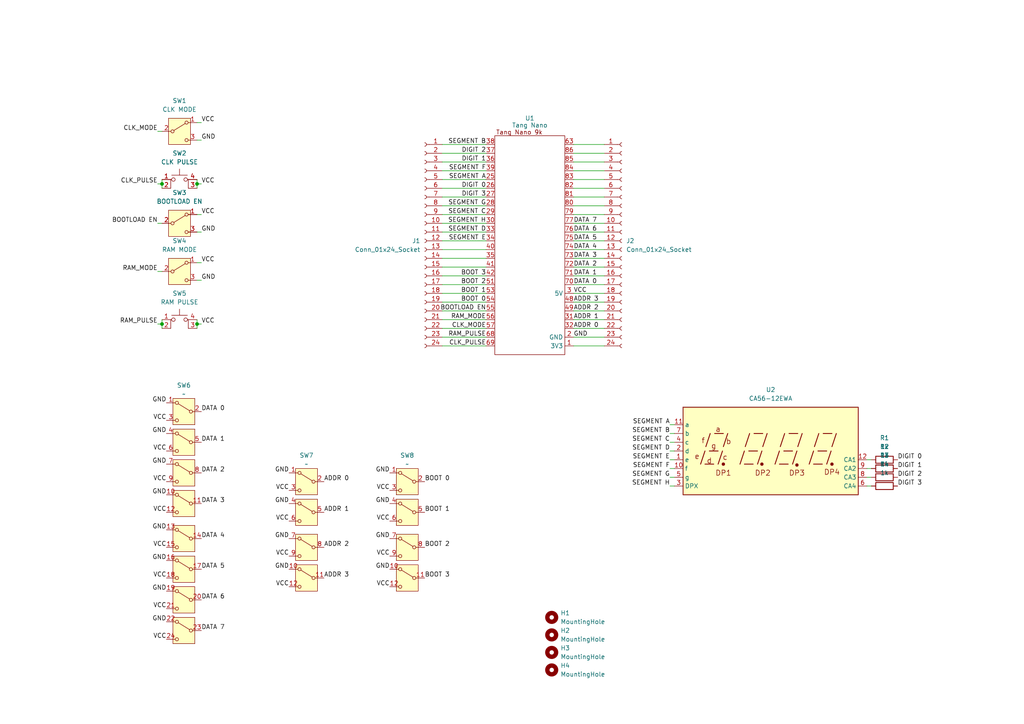
<source format=kicad_sch>
(kicad_sch (version 20231120) (generator "eeschema") (generator_version "8.0")
  (paper "A4")
  (lib_symbols
    (symbol "Connector:Conn_01x24_Socket" (pin_names (offset 1.016) hide)
      (property "Reference" "J" (at 0 30.48 0))
      (property "Value" "Conn_01x24_Socket" (at 0 -33.02 0))
      (symbol "Conn_01x24_Socket_1_1"
        (arc (start 0 -29.972) (mid -0.5058 -30.48) (end 0 -30.988) (stroke (width 0.1524)))
        (arc (start 0 -27.432) (mid -0.5058 -27.94) (end 0 -28.448) (stroke (width 0.1524)))
        (arc (start 0 -24.892) (mid -0.5058 -25.4) (end 0 -25.908) (stroke (width 0.1524)))
        (arc (start 0 -22.352) (mid -0.5058 -22.86) (end 0 -23.368) (stroke (width 0.1524)))
        (arc (start 0 -19.812) (mid -0.5058 -20.32) (end 0 -20.828) (stroke (width 0.1524)))
        (arc (start 0 -17.272) (mid -0.5058 -17.78) (end 0 -18.288) (stroke (width 0.1524)))
        (arc (start 0 -14.732) (mid -0.5058 -15.24) (end 0 -15.748) (stroke (width 0.1524)))
        (arc (start 0 -12.192) (mid -0.5058 -12.7) (end 0 -13.208) (stroke (width 0.1524)))
        (arc (start 0 -9.652) (mid -0.5058 -10.16) (end 0 -10.668) (stroke (width 0.1524)))
        (arc (start 0 -7.112) (mid -0.5058 -7.62) (end 0 -8.128) (stroke (width 0.1524)))
        (arc (start 0 -4.572) (mid -0.5058 -5.08) (end 0 -5.588) (stroke (width 0.1524)))
        (arc (start 0 -2.032) (mid -0.5058 -2.54) (end 0 -3.048) (stroke (width 0.1524)))
        (polyline (pts (xy -1.27 -30.48) (xy -0.508 -30.48)) (stroke (width 0.1524)))
        (polyline (pts (xy -1.27 -27.94) (xy -0.508 -27.94)) (stroke (width 0.1524)))
        (polyline (pts (xy -1.27 -25.4) (xy -0.508 -25.4)) (stroke (width 0.1524)))
        (polyline (pts (xy -1.27 -22.86) (xy -0.508 -22.86)) (stroke (width 0.1524)))
        (polyline (pts (xy -1.27 -20.32) (xy -0.508 -20.32)) (stroke (width 0.1524)))
        (polyline (pts (xy -1.27 -17.78) (xy -0.508 -17.78)) (stroke (width 0.1524)))
        (polyline (pts (xy -1.27 -15.24) (xy -0.508 -15.24)) (stroke (width 0.1524)))
        (polyline (pts (xy -1.27 -12.7) (xy -0.508 -12.7)) (stroke (width 0.1524)))
        (polyline (pts (xy -1.27 -10.16) (xy -0.508 -10.16)) (stroke (width 0.1524)))
        (polyline (pts (xy -1.27 -7.62) (xy -0.508 -7.62)) (stroke (width 0.1524)))
        (polyline (pts (xy -1.27 -5.08) (xy -0.508 -5.08)) (stroke (width 0.1524)))
        (polyline (pts (xy -1.27 -2.54) (xy -0.508 -2.54)) (stroke (width 0.1524)))
        (polyline (pts (xy -1.27 0) (xy -0.508 0)) (stroke (width 0.1524)))
        (polyline (pts (xy -1.27 2.54) (xy -0.508 2.54)) (stroke (width 0.1524)))
        (polyline (pts (xy -1.27 5.08) (xy -0.508 5.08)) (stroke (width 0.1524)))
        (polyline (pts (xy -1.27 7.62) (xy -0.508 7.62)) (stroke (width 0.1524)))
        (polyline (pts (xy -1.27 10.16) (xy -0.508 10.16)) (stroke (width 0.1524)))
        (polyline (pts (xy -1.27 12.7) (xy -0.508 12.7)) (stroke (width 0.1524)))
        (polyline (pts (xy -1.27 15.24) (xy -0.508 15.24)) (stroke (width 0.1524)))
        (polyline (pts (xy -1.27 17.78) (xy -0.508 17.78)) (stroke (width 0.1524)))
        (polyline (pts (xy -1.27 20.32) (xy -0.508 20.32)) (stroke (width 0.1524)))
        (polyline (pts (xy -1.27 22.86) (xy -0.508 22.86)) (stroke (width 0.1524)))
        (polyline (pts (xy -1.27 25.4) (xy -0.508 25.4)) (stroke (width 0.1524)))
        (polyline (pts (xy -1.27 27.94) (xy -0.508 27.94)) (stroke (width 0.1524)))
        (arc (start 0 0.508) (mid -0.5058 0) (end 0 -0.508) (stroke (width 0.1524)))
        (arc (start 0 3.048) (mid -0.5058 2.54) (end 0 2.032) (stroke (width 0.1524)))
        (arc (start 0 5.588) (mid -0.5058 5.08) (end 0 4.572) (stroke (width 0.1524)))
        (arc (start 0 8.128) (mid -0.5058 7.62) (end 0 7.112) (stroke (width 0.1524)))
        (arc (start 0 10.668) (mid -0.5058 10.16) (end 0 9.652) (stroke (width 0.1524)))
        (arc (start 0 13.208) (mid -0.5058 12.7) (end 0 12.192) (stroke (width 0.1524)))
        (arc (start 0 15.748) (mid -0.5058 15.24) (end 0 14.732) (stroke (width 0.1524)))
        (arc (start 0 18.288) (mid -0.5058 17.78) (end 0 17.272) (stroke (width 0.1524)))
        (arc (start 0 20.828) (mid -0.5058 20.32) (end 0 19.812) (stroke (width 0.1524)))
        (arc (start 0 23.368) (mid -0.5058 22.86) (end 0 22.352) (stroke (width 0.1524)))
        (arc (start 0 25.908) (mid -0.5058 25.4) (end 0 24.892) (stroke (width 0.1524)))
        (arc (start 0 28.448) (mid -0.5058 27.94) (end 0 27.432) (stroke (width 0.1524)))
        (pin passive line (at -5.08 27.94 0) (length 3.81) (name "Pin_1") (number "1"))
        (pin passive line (at -5.08 5.08 0) (length 3.81) (name "Pin_10") (number "10"))
        (pin passive line (at -5.08 2.54 0) (length 3.81) (name "Pin_11") (number "11"))
        (pin passive line (at -5.08 0 0) (length 3.81) (name "Pin_12") (number "12"))
        (pin passive line (at -5.08 -2.54 0) (length 3.81) (name "Pin_13") (number "13"))
        (pin passive line (at -5.08 -5.08 0) (length 3.81) (name "Pin_14") (number "14"))
        (pin passive line (at -5.08 -7.62 0) (length 3.81) (name "Pin_15") (number "15"))
        (pin passive line (at -5.08 -10.16 0) (length 3.81) (name "Pin_16") (number "16"))
        (pin passive line (at -5.08 -12.7 0) (length 3.81) (name "Pin_17") (number "17"))
        (pin passive line (at -5.08 -15.24 0) (length 3.81) (name "Pin_18") (number "18"))
        (pin passive line (at -5.08 -17.78 0) (length 3.81) (name "Pin_19") (number "19"))
        (pin passive line (at -5.08 25.4 0) (length 3.81) (name "Pin_2") (number "2"))
        (pin passive line (at -5.08 -20.32 0) (length 3.81) (name "Pin_20") (number "20"))
        (pin passive line (at -5.08 -22.86 0) (length 3.81) (name "Pin_21") (number "21"))
        (pin passive line (at -5.08 -25.4 0) (length 3.81) (name "Pin_22") (number "22"))
        (pin passive line (at -5.08 -27.94 0) (length 3.81) (name "Pin_23") (number "23"))
        (pin passive line (at -5.08 -30.48 0) (length 3.81) (name "Pin_24") (number "24"))
        (pin passive line (at -5.08 22.86 0) (length 3.81) (name "Pin_3") (number "3"))
        (pin passive line (at -5.08 20.32 0) (length 3.81) (name "Pin_4") (number "4"))
        (pin passive line (at -5.08 17.78 0) (length 3.81) (name "Pin_5") (number "5"))
        (pin passive line (at -5.08 15.24 0) (length 3.81) (name "Pin_6") (number "6"))
        (pin passive line (at -5.08 12.7 0) (length 3.81) (name "Pin_7") (number "7"))
        (pin passive line (at -5.08 10.16 0) (length 3.81) (name "Pin_8") (number "8"))
        (pin passive line (at -5.08 7.62 0) (length 3.81) (name "Pin_9") (number "9"))
      )
    )
    (symbol "Device:R" (pin_numbers hide) (pin_names (offset 0))
      (property "Reference" "R" (at 2.032 0 90))
      (property "Value" "R" (at 0 0 90))
      (symbol "R_0_1"
        (rectangle (start -1.016 -2.54) (end 1.016 2.54) (stroke (width 0.254)))
      )
      (symbol "R_1_1"
        (pin passive line (at 0 3.81 270) (length 1.27) (name "~") (number "1"))
        (pin passive line (at 0 -3.81 90) (length 1.27) (name "~") (number "2"))
      )
    )
    (symbol "Display_Character:CA56-12EWA"
      (property "Reference" "U" (at -24.13 13.97 0))
      (property "Value" "CA56-12EWA" (at 19.05 13.97 0))
      (symbol "CA56-12EWA_0_0"
        (rectangle (start -25.4 12.7) (end 25.4 -12.7) (stroke (width 0.254)) (fill (type background)))
        (polyline (pts (xy -20.32 -3.81) (xy -19.05 0)) (stroke (width 0.254)))
        (polyline (pts (xy -19.05 -3.81) (xy -16.51 -3.81)) (stroke (width 0.254)))
        (polyline (pts (xy -18.796 1.27) (xy -17.526 5.08)) (stroke (width 0.254)))
        (polyline (pts (xy -17.78 0) (xy -15.24 0)) (stroke (width 0.254)))
        (polyline (pts (xy -16.256 5.08) (xy -13.716 5.08)) (stroke (width 0.254)))
        (polyline (pts (xy -15.24 -3.81) (xy -13.97 0)) (stroke (width 0.254)))
        (polyline (pts (xy -13.716 1.27) (xy -12.446 5.08)) (stroke (width 0.254)))
        (polyline (pts (xy -8.89 -3.81) (xy -7.62 0)) (stroke (width 0.254)))
        (polyline (pts (xy -7.62 -3.81) (xy -5.08 -3.81)) (stroke (width 0.254)))
        (polyline (pts (xy -7.366 1.27) (xy -6.096 5.08)) (stroke (width 0.254)))
        (polyline (pts (xy -6.35 0) (xy -3.81 0)) (stroke (width 0.254)))
        (polyline (pts (xy -4.826 5.08) (xy -2.286 5.08)) (stroke (width 0.254)))
        (polyline (pts (xy -3.81 -3.81) (xy -2.54 0)) (stroke (width 0.254)))
        (polyline (pts (xy -2.286 1.27) (xy -1.016 5.08)) (stroke (width 0.254)))
        (polyline (pts (xy 1.27 -3.81) (xy 2.54 0)) (stroke (width 0.254)))
        (polyline (pts (xy 2.54 -3.81) (xy 5.08 -3.81)) (stroke (width 0.254)))
        (polyline (pts (xy 2.794 1.27) (xy 4.064 5.08)) (stroke (width 0.254)))
        (polyline (pts (xy 3.81 0) (xy 6.35 0)) (stroke (width 0.254)))
        (polyline (pts (xy 5.334 5.08) (xy 7.874 5.08)) (stroke (width 0.254)))
        (polyline (pts (xy 6.35 -3.81) (xy 7.62 0)) (stroke (width 0.254)))
        (polyline (pts (xy 7.874 1.27) (xy 9.144 5.08)) (stroke (width 0.254)))
        (polyline (pts (xy 11.176 -3.81) (xy 12.446 0)) (stroke (width 0.254)))
        (polyline (pts (xy 12.446 -3.81) (xy 14.986 -3.81)) (stroke (width 0.254)))
        (polyline (pts (xy 12.7 1.27) (xy 13.97 5.08)) (stroke (width 0.254)))
        (polyline (pts (xy 13.716 0) (xy 16.256 0)) (stroke (width 0.254)))
        (polyline (pts (xy 15.24 5.08) (xy 17.78 5.08)) (stroke (width 0.254)))
        (polyline (pts (xy 16.256 -3.81) (xy 17.526 0)) (stroke (width 0.254)))
        (polyline (pts (xy 17.78 1.27) (xy 19.05 5.08)) (stroke (width 0.254)))
        (text "a" (at -15.24 6.35 0) (effects (font (size 1.524 1.524))))
        (text "b" (at -12.192 2.794 0) (effects (font (size 1.524 1.524))))
        (text "c" (at -13.208 -1.778 0) (effects (font (size 1.524 1.524))))
        (text "d" (at -17.78 -2.794 0) (effects (font (size 1.524 1.524))))
        (text "DP1" (at -13.716 -6.35 0) (effects (font (size 1.524 1.524))))
        (text "DP2" (at -2.286 -6.35 0) (effects (font (size 1.524 1.524))))
        (text "DP3" (at 7.62 -6.35 0) (effects (font (size 1.524 1.524))))
        (text "DP4" (at 17.78 -6.096 0) (effects (font (size 1.524 1.524))))
        (text "e" (at -21.336 -1.524 0) (effects (font (size 1.524 1.524))))
        (text "f" (at -19.558 3.048 0) (effects (font (size 1.524 1.524))))
        (text "g" (at -16.51 1.524 0) (effects (font (size 1.524 1.524))))
      )
      (symbol "CA56-12EWA_0_1"
        (circle (center -13.716 -3.81) (radius 0.3556) (stroke (width 0.254)) (fill (type outline)))
        (circle (center -2.54 -3.81) (radius 0.3556) (stroke (width 0.254)) (fill (type outline)))
      )
      (symbol "CA56-12EWA_1_0"
        (circle (center 7.62 -4.064) (radius 0.3556) (stroke (width 0.254)) (fill (type outline)))
        (circle (center 17.78 -3.81) (radius 0.3556) (stroke (width 0.254)) (fill (type outline)))
      )
      (symbol "CA56-12EWA_1_1"
        (pin input line (at -27.94 -2.54 0) (length 2.54) (name "e") (number "1"))
        (pin input line (at -27.94 -5.08 0) (length 2.54) (name "f") (number "10"))
        (pin input line (at -27.94 7.62 0) (length 2.54) (name "a") (number "11"))
        (pin input line (at 27.94 -2.54 180) (length 2.54) (name "CA1") (number "12"))
        (pin input line (at -27.94 0 0) (length 2.54) (name "d") (number "2"))
        (pin input line (at -27.94 -10.16 0) (length 2.54) (name "DPX") (number "3"))
        (pin input line (at -27.94 2.54 0) (length 2.54) (name "c") (number "4"))
        (pin input line (at -27.94 -7.62 0) (length 2.54) (name "g") (number "5"))
        (pin input line (at 27.94 -10.16 180) (length 2.54) (name "CA4") (number "6"))
        (pin input line (at -27.94 5.08 0) (length 2.54) (name "b") (number "7"))
        (pin input line (at 27.94 -7.62 180) (length 2.54) (name "CA3") (number "8"))
        (pin input line (at 27.94 -5.08 180) (length 2.54) (name "CA2") (number "9"))
      )
    )
    (symbol "Mechanical:MountingHole" (pin_names (offset 1.016)) (exclude_from_sim yes) (in_bom no)
      (property "Reference" "H" (at 0 5.08 0))
      (property "Value" "MountingHole" (at 0 3.175 0))
      (symbol "MountingHole_0_1"
        (circle (center 0 0) (radius 1.27) (stroke (width 1.27)))
      )
    )
    (symbol "Switch:SW_MEC_5E" (pin_names (offset 1.016) hide)
      (property "Reference" "SW" (at 0.635 5.715 0))
      (property "Value" "SW_MEC_5E" (at 0 -3.175 0))
      (symbol "SW_MEC_5E_0_1"
        (circle (center -1.778 2.54) (radius 0.508))
        (polyline (pts (xy -2.286 3.81) (xy 2.286 3.81)))
        (polyline (pts (xy 0 3.81) (xy 0 5.588)))
        (polyline (pts (xy -2.54 0) (xy -2.54 2.54) (xy -2.286 2.54)))
        (polyline (pts (xy 2.54 0) (xy 2.54 2.54) (xy 2.286 2.54)))
        (circle (center 1.778 2.54) (radius 0.508))
        (pin passive line (at -5.08 2.54 0) (length 2.54) (name "1") (number "1"))
        (pin passive line (at -5.08 0 0) (length 2.54) (name "2") (number "2"))
        (pin passive line (at 5.08 0 180) (length 2.54) (name "K") (number "3"))
        (pin passive line (at 5.08 2.54 180) (length 2.54) (name "A") (number "4"))
      )
    )
    (symbol "Switch:SW_SPDT" (pin_names (offset 0) hide)
      (property "Reference" "SW" (at 0 5.08 0))
      (property "Value" "SW_SPDT" (at 0 -5.08 0))
      (symbol "SW_SPDT_0_1"
        (circle (center -2.032 0) (radius 0.4572))
        (polyline (pts (xy -1.651 0.254) (xy 1.651 2.286)))
        (circle (center 2.032 -2.54) (radius 0.4572))
        (circle (center 2.032 2.54) (radius 0.4572))
      )
      (symbol "SW_SPDT_1_1"
        (rectangle (start -3.175 3.81) (end 3.175 -3.81) (fill (type background)))
        (pin passive line (at 5.08 2.54 180) (length 2.54) (name "A") (number "1"))
        (pin passive line (at -5.08 0 0) (length 2.54) (name "B") (number "2"))
        (pin passive line (at 5.08 -2.54 180) (length 2.54) (name "C") (number "3"))
      )
    )
    (symbol "tang_nano:4xSPDT_SW"
      (property "Reference" "SW" (at 0 0 0))
      (symbol "4xSPDT_SW_0_1"
        (circle (center -2.032 -13.97) (radius 0.4572))
        (circle (center -2.032 -5.08) (radius 0.4572))
        (circle (center -2.032 5.08) (radius 0.4572))
        (circle (center -2.032 13.97) (radius 0.4572))
        (polyline (pts (xy -1.651 -13.716) (xy 1.651 -11.684)))
        (polyline (pts (xy -1.651 -4.826) (xy 1.651 -2.794)))
        (polyline (pts (xy -1.651 5.334) (xy 1.651 7.366)))
        (polyline (pts (xy -1.651 14.224) (xy 1.651 16.256)))
        (circle (center 2.032 -16.51) (radius 0.4572))
        (circle (center 2.032 -11.43) (radius 0.4572))
        (circle (center 2.032 -7.62) (radius 0.4572))
        (circle (center 2.032 -2.54) (radius 0.4572))
        (circle (center 2.032 2.54) (radius 0.4572))
        (circle (center 2.032 7.62) (radius 0.4572))
        (circle (center 2.032 11.43) (radius 0.4572))
        (circle (center 2.032 16.51) (radius 0.4572))
      )
      (symbol "4xSPDT_SW_1_1"
        (rectangle (start -3.175 -10.16) (end 3.175 -17.78) (fill (type background)))
        (rectangle (start -3.175 -1.27) (end 3.175 -8.89) (fill (type background)))
        (rectangle (start -3.175 8.89) (end 3.175 1.27) (fill (type background)))
        (rectangle (start -3.175 17.78) (end 3.175 10.16) (fill (type background)))
        (pin passive line (at 5.08 16.51 180) (length 2.54) (name "") (number "1"))
        (pin passive line (at 5.08 -11.43 180) (length 2.54) (name "") (number "10"))
        (pin passive line (at -5.08 -13.97 0) (length 2.54) (name "") (number "11"))
        (pin passive line (at 5.08 -16.51 180) (length 2.54) (name "") (number "12"))
        (pin passive line (at -5.08 13.97 0) (length 2.54) (name "") (number "2"))
        (pin passive line (at 5.08 11.43 180) (length 2.54) (name "") (number "3"))
        (pin passive line (at 5.08 7.62 180) (length 2.54) (name "") (number "4"))
        (pin passive line (at -5.08 5.08 0) (length 2.54) (name "") (number "5"))
        (pin passive line (at 5.08 2.54 180) (length 2.54) (name "") (number "6"))
        (pin passive line (at 5.08 -2.54 180) (length 2.54) (name "") (number "7"))
        (pin passive line (at -5.08 -5.08 0) (length 2.54) (name "") (number "8"))
        (pin passive line (at 5.08 -7.62 180) (length 2.54) (name "") (number "9"))
      )
    )
    (symbol "tang_nano:8xSPDT_SW"
      (property "Reference" "SW" (at 0 0 0))
      (symbol "8xSPDT_SW_0_1"
        (circle (center -2.032 -31.75) (radius 0.4572))
        (circle (center -2.032 -22.86) (radius 0.4572))
        (circle (center -2.032 -13.97) (radius 0.4572))
        (circle (center -2.032 -5.08) (radius 0.4572))
        (circle (center -2.032 5.08) (radius 0.4572))
        (circle (center -2.032 13.97) (radius 0.4572))
        (circle (center -2.032 22.86) (radius 0.4572))
        (circle (center -2.032 31.75) (radius 0.4572))
        (polyline (pts (xy -1.651 -31.496) (xy 1.651 -29.464)))
        (polyline (pts (xy -1.651 -22.606) (xy 1.651 -20.574)))
        (polyline (pts (xy -1.651 -13.716) (xy 1.651 -11.684)))
        (polyline (pts (xy -1.651 -4.826) (xy 1.651 -2.794)))
        (polyline (pts (xy -1.651 5.334) (xy 1.651 7.366)))
        (polyline (pts (xy -1.651 14.224) (xy 1.651 16.256)))
        (polyline (pts (xy -1.651 23.114) (xy 1.651 25.146)))
        (polyline (pts (xy -1.651 32.004) (xy 1.651 34.036)))
        (circle (center 2.032 -34.29) (radius 0.4572))
        (circle (center 2.032 -29.21) (radius 0.4572))
        (circle (center 2.032 -25.4) (radius 0.4572))
        (circle (center 2.032 -20.32) (radius 0.4572))
        (circle (center 2.032 -16.51) (radius 0.4572))
        (circle (center 2.032 -11.43) (radius 0.4572))
        (circle (center 2.032 -7.62) (radius 0.4572))
        (circle (center 2.032 -2.54) (radius 0.4572))
        (circle (center 2.032 2.54) (radius 0.4572))
        (circle (center 2.032 7.62) (radius 0.4572))
        (circle (center 2.032 11.43) (radius 0.4572))
        (circle (center 2.032 16.51) (radius 0.4572))
        (circle (center 2.032 20.32) (radius 0.4572))
        (circle (center 2.032 25.4) (radius 0.4572))
        (circle (center 2.032 29.21) (radius 0.4572))
        (circle (center 2.032 34.29) (radius 0.4572))
      )
      (symbol "8xSPDT_SW_1_1"
        (rectangle (start -3.175 -27.94) (end 3.175 -35.56) (fill (type background)))
        (rectangle (start -3.175 -19.05) (end 3.175 -26.67) (fill (type background)))
        (rectangle (start -3.175 -10.16) (end 3.175 -17.78) (fill (type background)))
        (rectangle (start -3.175 -1.27) (end 3.175 -8.89) (fill (type background)))
        (rectangle (start -3.175 8.89) (end 3.175 1.27) (fill (type background)))
        (rectangle (start -3.175 17.78) (end 3.175 10.16) (fill (type background)))
        (rectangle (start -3.175 26.67) (end 3.175 19.05) (fill (type background)))
        (rectangle (start -3.175 35.56) (end 3.175 27.94) (fill (type background)))
        (pin passive line (at 5.08 34.29 180) (length 2.54) (name "") (number "1"))
        (pin passive line (at 5.08 7.62 180) (length 2.54) (name "") (number "10"))
        (pin passive line (at -5.08 5.08 0) (length 2.54) (name "") (number "11"))
        (pin passive line (at 5.08 2.54 180) (length 2.54) (name "") (number "12"))
        (pin passive line (at 5.08 -2.54 180) (length 2.54) (name "") (number "13"))
        (pin passive line (at -5.08 -5.08 0) (length 2.54) (name "") (number "14"))
        (pin passive line (at 5.08 -7.62 180) (length 2.54) (name "") (number "15"))
        (pin passive line (at 5.08 -11.43 180) (length 2.54) (name "") (number "16"))
        (pin passive line (at -5.08 -13.97 0) (length 2.54) (name "") (number "17"))
        (pin passive line (at 5.08 -16.51 180) (length 2.54) (name "") (number "18"))
        (pin passive line (at 5.08 -20.32 180) (length 2.54) (name "") (number "19"))
        (pin passive line (at -5.08 31.75 0) (length 2.54) (name "") (number "2"))
        (pin passive line (at -5.08 -22.86 0) (length 2.54) (name "") (number "20"))
        (pin passive line (at 5.08 -25.4 180) (length 2.54) (name "") (number "21"))
        (pin passive line (at 5.08 -29.21 180) (length 2.54) (name "") (number "22"))
        (pin passive line (at -5.08 -31.75 0) (length 2.54) (name "") (number "23"))
        (pin passive line (at 5.08 -34.29 180) (length 2.54) (name "") (number "24"))
        (pin passive line (at 5.08 29.21 180) (length 2.54) (name "") (number "3"))
        (pin passive line (at 5.08 25.4 180) (length 2.54) (name "") (number "4"))
        (pin passive line (at -5.08 22.86 0) (length 2.54) (name "") (number "5"))
        (pin passive line (at 5.08 20.32 180) (length 2.54) (name "") (number "6"))
        (pin passive line (at 5.08 16.51 180) (length 2.54) (name "") (number "7"))
        (pin passive line (at -5.08 13.97 0) (length 2.54) (name "") (number "8"))
        (pin passive line (at 5.08 11.43 180) (length 2.54) (name "") (number "9"))
      )
    )
    (symbol "tang_nano:tang_nano_9k"
      (property "Reference" "U" (at 0 0 0))
      (property "Value" "Tang Nano" (at -4.826 -30.48 0))
      (symbol "tang_nano_9k_1_1"
        (rectangle (start -10.16 31.75) (end 10.16 -31.75))
        (text "Tang Nano 9k" (at -3.048 32.766 0) (effects (font (size 1.27 1.27))))
        (pin power_out line (at 12.7 -29.21 180) (length 2.54) (name "3V3") (number "1"))
        (pin power_out line (at 12.7 -26.67 180) (length 2.54) (name "GND") (number "2"))
        (pin bidirectional line (at -12.7 19.05 0) (length 2.54) (name "") (number "25"))
        (pin bidirectional line (at -12.7 16.51 0) (length 2.54) (name "") (number "26"))
        (pin bidirectional line (at -12.7 13.97 0) (length 2.54) (name "") (number "27"))
        (pin bidirectional line (at -12.7 11.43 0) (length 2.54) (name "") (number "28"))
        (pin bidirectional line (at -12.7 8.89 0) (length 2.54) (name "") (number "29"))
        (pin power_out line (at 12.7 -13.97 180) (length 2.54) (name "5V") (number "3"))
        (pin bidirectional line (at -12.7 6.35 0) (length 2.54) (name "") (number "30"))
        (pin bidirectional line (at 12.7 -21.59 180) (length 2.54) (name "") (number "31"))
        (pin bidirectional line (at 12.7 -24.13 180) (length 2.54) (name "") (number "32"))
        (pin bidirectional line (at -12.7 3.81 0) (length 2.54) (name "") (number "33"))
        (pin bidirectional line (at -12.7 1.27 0) (length 2.54) (name "") (number "34"))
        (pin bidirectional line (at -12.7 -3.81 0) (length 2.54) (name "") (number "35"))
        (pin bidirectional line (at -12.7 24.13 0) (length 2.54) (name "") (number "36"))
        (pin bidirectional line (at -12.7 26.67 0) (length 2.54) (name "") (number "37"))
        (pin bidirectional line (at -12.7 29.21 0) (length 2.54) (name "") (number "38"))
        (pin bidirectional line (at -12.7 21.59 0) (length 2.54) (name "") (number "39"))
        (pin bidirectional line (at -12.7 -1.27 0) (length 2.54) (name "") (number "40"))
        (pin bidirectional line (at -12.7 -6.35 0) (length 2.54) (name "") (number "41"))
        (pin bidirectional line (at -12.7 -8.89 0) (length 2.54) (name "") (number "42"))
        (pin bidirectional line (at 12.7 -16.51 180) (length 2.54) (name "") (number "48"))
        (pin bidirectional line (at 12.7 -19.05 180) (length 2.54) (name "") (number "49"))
        (pin bidirectional line (at -12.7 -11.43 0) (length 2.54) (name "") (number "51"))
        (pin bidirectional line (at -12.7 -13.97 0) (length 2.54) (name "") (number "53"))
        (pin bidirectional line (at -12.7 -16.51 0) (length 2.54) (name "") (number "54"))
        (pin bidirectional line (at -12.7 -19.05 0) (length 2.54) (name "") (number "55"))
        (pin bidirectional line (at -12.7 -21.59 0) (length 2.54) (name "") (number "56"))
        (pin bidirectional line (at -12.7 -24.13 0) (length 2.54) (name "") (number "57"))
        (pin bidirectional line (at 12.7 29.21 180) (length 2.54) (name "") (number "63"))
        (pin bidirectional line (at -12.7 -26.67 0) (length 2.54) (name "") (number "68"))
        (pin bidirectional line (at -12.7 -29.21 0) (length 2.54) (name "") (number "69"))
        (pin bidirectional line (at 12.7 -11.43 180) (length 2.54) (name "") (number "70"))
        (pin bidirectional line (at 12.7 -8.89 180) (length 2.54) (name "") (number "71"))
        (pin bidirectional line (at 12.7 -6.35 180) (length 2.54) (name "") (number "72"))
        (pin bidirectional line (at 12.7 -3.81 180) (length 2.54) (name "") (number "73"))
        (pin bidirectional line (at 12.7 -1.27 180) (length 2.54) (name "") (number "74"))
        (pin bidirectional line (at 12.7 1.27 180) (length 2.54) (name "") (number "75"))
        (pin bidirectional line (at 12.7 3.81 180) (length 2.54) (name "") (number "76"))
        (pin bidirectional line (at 12.7 6.35 180) (length 2.54) (name "") (number "77"))
        (pin bidirectional line (at 12.7 8.89 180) (length 2.54) (name "") (number "79"))
        (pin bidirectional line (at 12.7 11.43 180) (length 2.54) (name "") (number "80"))
        (pin bidirectional line (at 12.7 13.97 180) (length 2.54) (name "") (number "81"))
        (pin bidirectional line (at 12.7 16.51 180) (length 2.54) (name "") (number "82"))
        (pin bidirectional line (at 12.7 19.05 180) (length 2.54) (name "") (number "83"))
        (pin bidirectional line (at 12.7 21.59 180) (length 2.54) (name "") (number "84"))
        (pin bidirectional line (at 12.7 24.13 180) (length 2.54) (name "") (number "85"))
        (pin bidirectional line (at 12.7 26.67 180) (length 2.54) (name "") (number "86"))
      )
    )
  )
  (junction (at 57.15 53.34))
  (junction (at 46.99 53.34))
  (junction (at 46.99 93.98))
  (junction (at 57.15 93.98))
  (wire (pts (xy 128.27 49.53) (xy 140.97 49.53)))
  (wire (pts (xy 252.73 135.89) (xy 251.46 135.89)))
  (wire (pts (xy 58.42 76.2) (xy 57.15 76.2)))
  (wire (pts (xy 194.31 130.81) (xy 195.58 130.81)))
  (wire (pts (xy 58.42 62.23) (xy 57.15 62.23)))
  (wire (pts (xy 46.99 92.71) (xy 46.99 93.98)))
  (wire (pts (xy 175.26 62.23) (xy 166.37 62.23)))
  (wire (pts (xy 128.27 69.85) (xy 140.97 69.85)))
  (wire (pts (xy 175.26 57.15) (xy 166.37 57.15)))
  (wire (pts (xy 252.73 138.43) (xy 251.46 138.43)))
  (wire (pts (xy 128.27 72.39) (xy 140.97 72.39)))
  (wire (pts (xy 175.26 87.63) (xy 166.37 87.63)))
  (wire (pts (xy 175.26 44.45) (xy 166.37 44.45)))
  (wire (pts (xy 252.73 140.97) (xy 251.46 140.97)))
  (wire (pts (xy 57.15 92.71) (xy 57.15 93.98)))
  (wire (pts (xy 58.42 35.56) (xy 57.15 35.56)))
  (wire (pts (xy 46.99 53.34) (xy 46.99 54.61)))
  (wire (pts (xy 175.26 67.31) (xy 166.37 67.31)))
  (wire (pts (xy 128.27 90.17) (xy 140.97 90.17)))
  (wire (pts (xy 175.26 69.85) (xy 166.37 69.85)))
  (wire (pts (xy 194.31 128.27) (xy 195.58 128.27)))
  (wire (pts (xy 128.27 41.91) (xy 140.97 41.91)))
  (wire (pts (xy 128.27 46.99) (xy 140.97 46.99)))
  (wire (pts (xy 194.31 133.35) (xy 195.58 133.35)))
  (wire (pts (xy 175.26 54.61) (xy 166.37 54.61)))
  (wire (pts (xy 128.27 54.61) (xy 140.97 54.61)))
  (wire (pts (xy 252.73 133.35) (xy 251.46 133.35)))
  (wire (pts (xy 57.15 53.34) (xy 57.15 54.61)))
  (wire (pts (xy 175.26 92.71) (xy 166.37 92.71)))
  (wire (pts (xy 175.26 82.55) (xy 166.37 82.55)))
  (wire (pts (xy 175.26 77.47) (xy 166.37 77.47)))
  (wire (pts (xy 175.26 95.25) (xy 166.37 95.25)))
  (wire (pts (xy 128.27 59.69) (xy 140.97 59.69)))
  (wire (pts (xy 128.27 92.71) (xy 140.97 92.71)))
  (wire (pts (xy 194.31 125.73) (xy 195.58 125.73)))
  (wire (pts (xy 128.27 52.07) (xy 140.97 52.07)))
  (wire (pts (xy 58.42 93.98) (xy 57.15 93.98)))
  (wire (pts (xy 194.31 138.43) (xy 195.58 138.43)))
  (wire (pts (xy 128.27 100.33) (xy 140.97 100.33)))
  (wire (pts (xy 128.27 62.23) (xy 140.97 62.23)))
  (wire (pts (xy 57.15 93.98) (xy 57.15 95.25)))
  (wire (pts (xy 175.26 52.07) (xy 166.37 52.07)))
  (wire (pts (xy 175.26 85.09) (xy 166.37 85.09)))
  (wire (pts (xy 175.26 59.69) (xy 166.37 59.69)))
  (wire (pts (xy 175.26 49.53) (xy 166.37 49.53)))
  (wire (pts (xy 46.99 52.07) (xy 46.99 53.34)))
  (wire (pts (xy 128.27 97.79) (xy 140.97 97.79)))
  (wire (pts (xy 128.27 74.93) (xy 140.97 74.93)))
  (wire (pts (xy 175.26 74.93) (xy 166.37 74.93)))
  (wire (pts (xy 175.26 72.39) (xy 166.37 72.39)))
  (wire (pts (xy 128.27 85.09) (xy 140.97 85.09)))
  (wire (pts (xy 58.42 53.34) (xy 57.15 53.34)))
  (wire (pts (xy 45.72 38.1) (xy 46.99 38.1)))
  (wire (pts (xy 46.99 93.98) (xy 46.99 95.25)))
  (wire (pts (xy 128.27 80.01) (xy 140.97 80.01)))
  (wire (pts (xy 58.42 67.31) (xy 57.15 67.31)))
  (wire (pts (xy 128.27 87.63) (xy 140.97 87.63)))
  (wire (pts (xy 128.27 77.47) (xy 140.97 77.47)))
  (wire (pts (xy 175.26 90.17) (xy 166.37 90.17)))
  (wire (pts (xy 128.27 82.55) (xy 140.97 82.55)))
  (wire (pts (xy 175.26 97.79) (xy 166.37 97.79)))
  (wire (pts (xy 175.26 46.99) (xy 166.37 46.99)))
  (wire (pts (xy 128.27 64.77) (xy 140.97 64.77)))
  (wire (pts (xy 175.26 100.33) (xy 166.37 100.33)))
  (wire (pts (xy 194.31 123.19) (xy 195.58 123.19)))
  (wire (pts (xy 57.15 52.07) (xy 57.15 53.34)))
  (wire (pts (xy 128.27 95.25) (xy 140.97 95.25)))
  (wire (pts (xy 45.72 64.77) (xy 46.99 64.77)))
  (wire (pts (xy 194.31 135.89) (xy 195.58 135.89)))
  (wire (pts (xy 175.26 80.01) (xy 166.37 80.01)))
  (wire (pts (xy 45.72 53.34) (xy 46.99 53.34)))
  (wire (pts (xy 194.31 140.97) (xy 195.58 140.97)))
  (wire (pts (xy 45.72 78.74) (xy 46.99 78.74)))
  (wire (pts (xy 128.27 44.45) (xy 140.97 44.45)))
  (wire (pts (xy 175.26 41.91) (xy 166.37 41.91)))
  (wire (pts (xy 128.27 57.15) (xy 140.97 57.15)))
  (wire (pts (xy 58.42 81.28) (xy 57.15 81.28)))
  (wire (pts (xy 128.27 67.31) (xy 140.97 67.31)))
  (wire (pts (xy 175.26 64.77) (xy 166.37 64.77)))
  (wire (pts (xy 58.42 40.64) (xy 57.15 40.64)))
  (wire (pts (xy 45.72 93.98) (xy 46.99 93.98)))
  (label "GND" (at 58.42 67.31 0))
  (label "BOOT 0" (at 140.97 87.63 180))
  (label "VCC" (at 58.42 35.56 0))
  (label "DATA 0" (at 166.37 82.55 0))
  (label "GND" (at 113.03 146.05 180))
  (label "BOOT 3" (at 123.19 167.64 0))
  (label "VCC" (at 113.03 142.24 180))
  (label "GND" (at 48.26 162.56 180))
  (label "RAM_MODE" (at 45.72 78.74 180))
  (label "DATA 2" (at 166.37 77.47 0))
  (label "VCC" (at 58.42 93.98 0))
  (label "DATA 4" (at 166.37 72.39 0))
  (label "VCC" (at 58.42 76.2 0))
  (label "BOOT 2" (at 140.97 82.55 180))
  (label "SEGMENT H" (at 140.97 64.77 180))
  (label "SEGMENT G" (at 140.97 59.69 180))
  (label "VCC" (at 113.03 151.13 180))
  (label "GND" (at 113.03 165.1 180))
  (label "VCC" (at 83.82 142.24 180))
  (label "DATA 5" (at 58.42 165.1 0))
  (label "GND" (at 113.03 156.21 180))
  (label "DATA 1" (at 166.37 80.01 0))
  (label "VCC" (at 48.26 139.7 180))
  (label "VCC" (at 83.82 170.18 180))
  (label "VCC" (at 113.03 161.29 180))
  (label "SEGMENT E" (at 194.31 133.35 180))
  (label "BOOTLOAD EN" (at 45.72 64.77 180))
  (label "VCC" (at 48.26 176.53 180))
  (label "SEGMENT H" (at 194.31 140.97 180))
  (label "DIGIT 3" (at 140.97 57.15 180))
  (label "GND" (at 48.26 180.34 180))
  (label "BOOT 2" (at 123.19 158.75 0))
  (label "VCC" (at 113.03 170.18 180))
  (label "GND" (at 48.26 134.62 180))
  (label "DATA 6" (at 58.42 173.99 0))
  (label "VCC" (at 58.42 62.23 0))
  (label "CLK_MODE" (at 140.97 95.25 180))
  (label "DATA 7" (at 58.42 182.88 0))
  (label "DATA 6" (at 166.37 67.31 0))
  (label "GND" (at 48.26 153.67 180))
  (label "ADDR 1" (at 166.37 92.71 0))
  (label "SEGMENT A" (at 194.31 123.19 180))
  (label "VCC" (at 48.26 167.64 180))
  (label "VCC" (at 48.26 121.92 180))
  (label "GND" (at 58.42 40.64 0))
  (label "VCC" (at 83.82 151.13 180))
  (label "CLK_PULSE" (at 140.97 100.33 180))
  (label "BOOT 1" (at 123.19 148.59 0))
  (label "VCC" (at 48.26 130.81 180))
  (label "GND" (at 113.03 137.16 180))
  (label "CLK_MODE" (at 45.72 38.1 180))
  (label "BOOTLOAD EN" (at 140.97 90.17 180))
  (label "GND" (at 58.42 81.28 0))
  (label "DIGIT 3" (at 260.35 140.97 0))
  (label "DATA 2" (at 58.42 137.16 0))
  (label "ADDR 0" (at 166.37 95.25 0))
  (label "BOOT 0" (at 123.19 139.7 0))
  (label "VCC" (at 48.26 148.59 180))
  (label "VCC" (at 166.37 85.09 0))
  (label "SEGMENT C" (at 194.31 128.27 180))
  (label "RAM_MODE" (at 140.97 92.71 180))
  (label "SEGMENT C" (at 140.97 62.23 180))
  (label "SEGMENT A" (at 140.97 52.07 180))
  (label "VCC" (at 48.26 158.75 180))
  (label "DIGIT 2" (at 260.35 138.43 0))
  (label "DATA 1" (at 58.42 128.27 0))
  (label "GND" (at 83.82 146.05 180))
  (label "ADDR 2" (at 93.98 158.75 0))
  (label "SEGMENT B" (at 140.97 41.91 180))
  (label "ADDR 3" (at 166.37 87.63 0))
  (label "VCC" (at 58.42 53.34 0))
  (label "SEGMENT D" (at 194.31 130.81 180))
  (label "DIGIT 0" (at 140.97 54.61 180))
  (label "DIGIT 1" (at 260.35 135.89 0))
  (label "SEGMENT G" (at 194.31 138.43 180))
  (label "GND" (at 48.26 143.51 180))
  (label "SEGMENT F" (at 194.31 135.89 180))
  (label "GND" (at 83.82 156.21 180))
  (label "GND" (at 166.37 97.79 0))
  (label "GND" (at 48.26 116.84 180))
  (label "GND" (at 48.26 125.73 180))
  (label "SEGMENT F" (at 140.97 49.53 180))
  (label "DIGIT 1" (at 140.97 46.99 180))
  (label "ADDR 1" (at 93.98 148.59 0))
  (label "CLK_PULSE" (at 45.72 53.34 180))
  (label "DIGIT 0" (at 260.35 133.35 0))
  (label "DATA 7" (at 166.37 64.77 0))
  (label "DATA 4" (at 58.42 156.21 0))
  (label "SEGMENT B" (at 194.31 125.73 180))
  (label "ADDR 0" (at 93.98 139.7 0))
  (label "RAM_PULSE" (at 140.97 97.79 180))
  (label "SEGMENT D" (at 140.97 67.31 180))
  (label "DATA 3" (at 58.42 146.05 0))
  (label "DATA 3" (at 166.37 74.93 0))
  (label "BOOT 3" (at 140.97 80.01 180))
  (label "GND" (at 83.82 165.1 180))
  (label "RAM_PULSE" (at 45.72 93.98 180))
  (label "VCC" (at 83.82 161.29 180))
  (label "BOOT 1" (at 140.97 85.09 180))
  (label "GND" (at 83.82 137.16 180))
  (label "VCC" (at 48.26 185.42 180))
  (label "DIGIT 2" (at 140.97 44.45 180))
  (label "DATA 0" (at 58.42 119.38 0))
  (label "SEGMENT E" (at 140.97 69.85 180))
  (label "ADDR 3" (at 93.98 167.64 0))
  (label "DATA 5" (at 166.37 69.85 0))
  (label "GND" (at 48.26 171.45 180))
  (label "ADDR 2" (at 166.37 90.17 0))
  (symbol (lib_id "Display_Character:CA56-12EWA") (at 223.52 130.81 0) (unit 1)
    (property "Reference" "U2" (at 223.52 113.03 0))
    (property "Value" "CA56-12EWA" (at 223.52 115.57 0))
    (property "Footprint" "Display_7Segment:CA56-12EWA" (effects (hide yes)))
    (property "Datasheet" "http://www.kingbrightusa.com/images/catalog/SPEC/CA56-12EWA.pdf" (effects (hide yes)))
    (property "Description" "4 digit 7 segment high efficiency red LED, common anode" (effects (hide yes)))
  )
  (symbol (lib_id "tang_nano:4xSPDT_SW") (at 88.9 153.67 0) (mirror y) (unit 1)
    (property "Reference" "SW7" (at 88.9 132.08 0))
    (property "Value" "~" (at 88.9 134.62 0))
    (property "Footprint" "footprints:4xDoubleThrowSwitch" (effects (hide yes)))
  )
  (symbol (lib_id "Mechanical:MountingHole") (at 160.02 179.07 0) (unit 1) (exclude_from_sim yes) (in_bom no)
    (property "Reference" "H1" (at 162.56 177.7999 0) (effects (justify left)))
    (property "Value" "MountingHole" (at 162.56 180.3399 0) (effects (justify left)))
    (property "Footprint" "MountingHole:MountingHole_3.2mm_M3" (effects (hide yes)))
    (property "Description" "Mounting Hole without connection" (effects (hide yes)))
  )
  (symbol (lib_id "Switch:SW_MEC_5E") (at 52.07 95.25 0) (unit 1)
    (property "Reference" "SW5" (at 52.07 85.09 0))
    (property "Value" "RAM PULSE" (at 52.07 87.63 0))
    (property "Footprint" "footprints:tactile_switch" (effects (hide yes)))
    (property "Datasheet" "http://www.apem.com/int/index.php?controller=attachment&id_attachment=1371" (effects (hide yes)))
    (property "Description" "MEC 5E single pole normally-open tactile switch" (effects (hide yes)))
  )
  (symbol (lib_id "Device:R") (at 256.54 138.43 90) (unit 1)
    (property "Reference" "R3" (at 256.54 132.08 90))
    (property "Value" "1k" (at 256.54 134.62 90))
    (property "Footprint" "Resistor_THT:R_Axial_DIN0309_L9.0mm_D3.2mm_P12.70mm_Horizontal" (effects (hide yes)))
    (property "Description" "Resistor" (effects (hide yes)))
  )
  (symbol (lib_id "Mechanical:MountingHole") (at 160.02 194.31 0) (unit 1) (exclude_from_sim yes) (in_bom no)
    (property "Reference" "H4" (at 162.56 193.0399 0) (effects (justify left)))
    (property "Value" "MountingHole" (at 162.56 195.5799 0) (effects (justify left)))
    (property "Footprint" "MountingHole:MountingHole_3.2mm_M3" (effects (hide yes)))
    (property "Description" "Mounting Hole without connection" (effects (hide yes)))
  )
  (symbol (lib_id "Switch:SW_SPDT") (at 52.07 78.74 0) (unit 1)
    (property "Reference" "SW4" (at 52.07 69.85 0))
    (property "Value" "RAM MODE" (at 52.07 72.39 0))
    (property "Footprint" "footprints:DoubleThrowSwitch" (effects (hide yes)))
    (property "Description" "Switch, single pole double throw" (effects (hide yes)))
  )
  (symbol (lib_id "tang_nano:tang_nano_9k") (at 153.67 71.12 0) (unit 1)
    (property "Reference" "U1" (at 153.67 34.29 0))
    (property "Value" "Tang Nano" (at 153.67 36.322 0))
    (property "Footprint" "footprints:TangNano" (effects (hide yes)))
  )
  (symbol (lib_id "Connector:Conn_01x24_Socket") (at 123.19 69.85 0) (mirror y) (unit 1)
    (property "Reference" "J1" (at 121.92 69.8499 0) (effects (justify left)))
    (property "Value" "Conn_01x24_Socket" (at 121.92 72.3899 0) (effects (justify left)))
    (property "Footprint" "Connector_PinHeader_2.54mm:PinHeader_1x24_P2.54mm_Vertical" (effects (hide yes)))
    (property "Description" "Generic connector, single row, 01x24, script generated" (effects (hide yes)))
  )
  (symbol (lib_id "tang_nano:4xSPDT_SW") (at 118.11 153.67 0) (mirror y) (unit 1)
    (property "Reference" "SW8" (at 118.11 132.08 0))
    (property "Value" "~" (at 118.11 134.62 0))
    (property "Footprint" "footprints:4xDoubleThrowSwitch" (effects (hide yes)))
  )
  (symbol (lib_id "Device:R") (at 256.54 140.97 90) (unit 1)
    (property "Reference" "R4" (at 256.54 134.62 90))
    (property "Value" "1k" (at 256.54 137.16 90))
    (property "Footprint" "Resistor_THT:R_Axial_DIN0309_L9.0mm_D3.2mm_P12.70mm_Horizontal" (effects (hide yes)))
    (property "Description" "Resistor" (effects (hide yes)))
  )
  (symbol (lib_id "Device:R") (at 256.54 135.89 90) (unit 1)
    (property "Reference" "R2" (at 256.54 129.54 90))
    (property "Value" "1k" (at 256.54 132.08 90))
    (property "Footprint" "Resistor_THT:R_Axial_DIN0309_L9.0mm_D3.2mm_P12.70mm_Horizontal" (effects (hide yes)))
    (property "Description" "Resistor" (effects (hide yes)))
  )
  (symbol (lib_id "Device:R") (at 256.54 133.35 90) (unit 1)
    (property "Reference" "R1" (at 256.54 127 90))
    (property "Value" "1k" (at 256.54 129.54 90))
    (property "Footprint" "Resistor_THT:R_Axial_DIN0309_L9.0mm_D3.2mm_P12.70mm_Horizontal" (effects (hide yes)))
    (property "Description" "Resistor" (effects (hide yes)))
  )
  (symbol (lib_id "Switch:SW_SPDT") (at 52.07 64.77 0) (unit 1)
    (property "Reference" "SW3" (at 52.07 55.88 0))
    (property "Value" "BOOTLOAD EN" (at 52.07 58.42 0))
    (property "Footprint" "footprints:DoubleThrowSwitch" (effects (hide yes)))
    (property "Description" "Switch, single pole double throw" (effects (hide yes)))
  )
  (symbol (lib_id "Switch:SW_MEC_5E") (at 52.07 54.61 0) (unit 1)
    (property "Reference" "SW2" (at 52.07 44.45 0))
    (property "Value" "CLK PULSE" (at 52.07 46.99 0))
    (property "Footprint" "footprints:tactile_switch" (effects (hide yes)))
    (property "Datasheet" "http://www.apem.com/int/index.php?controller=attachment&id_attachment=1371" (effects (hide yes)))
    (property "Description" "MEC 5E single pole normally-open tactile switch" (effects (hide yes)))
  )
  (symbol (lib_id "Connector:Conn_01x24_Socket") (at 180.34 69.85 0) (unit 1)
    (property "Reference" "J2" (at 181.61 69.8499 0) (effects (justify left)))
    (property "Value" "Conn_01x24_Socket" (at 181.61 72.3899 0) (effects (justify left)))
    (property "Footprint" "Connector_PinHeader_2.54mm:PinHeader_1x24_P2.54mm_Vertical" (effects (hide yes)))
    (property "Description" "Generic connector, single row, 01x24, script generated" (effects (hide yes)))
  )
  (symbol (lib_id "Switch:SW_SPDT") (at 52.07 38.1 0) (unit 1)
    (property "Reference" "SW1" (at 52.07 29.21 0))
    (property "Value" "CLK MODE" (at 52.07 31.75 0))
    (property "Footprint" "footprints:DoubleThrowSwitch" (effects (hide yes)))
    (property "Description" "Switch, single pole double throw" (effects (hide yes)))
  )
  (symbol (lib_id "Mechanical:MountingHole") (at 160.02 189.23 0) (unit 1) (exclude_from_sim yes) (in_bom no)
    (property "Reference" "H3" (at 162.56 187.9599 0) (effects (justify left)))
    (property "Value" "MountingHole" (at 162.56 190.4999 0) (effects (justify left)))
    (property "Footprint" "MountingHole:MountingHole_3.2mm_M3" (effects (hide yes)))
    (property "Description" "Mounting Hole without connection" (effects (hide yes)))
  )
  (symbol (lib_id "Mechanical:MountingHole") (at 160.02 184.15 0) (unit 1) (exclude_from_sim yes) (in_bom no)
    (property "Reference" "H2" (at 162.56 182.8799 0) (effects (justify left)))
    (property "Value" "MountingHole" (at 162.56 185.4199 0) (effects (justify left)))
    (property "Footprint" "MountingHole:MountingHole_3.2mm_M3" (effects (hide yes)))
    (property "Description" "Mounting Hole without connection" (effects (hide yes)))
  )
  (symbol (lib_id "tang_nano:8xSPDT_SW") (at 53.34 151.13 0) (mirror y) (unit 1)
    (property "Reference" "SW6" (at 53.34 111.76 0))
    (property "Value" "~" (at 53.34 114.3 0))
    (property "Footprint" "footprints:8xDoubleThrowSwitch" (effects (hide yes)))
  )
)
</source>
